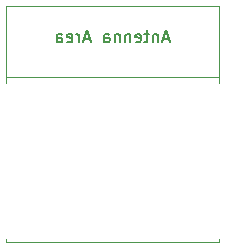
<source format=gbr>
%TF.GenerationSoftware,KiCad,Pcbnew,(6.0.7-1)-1*%
%TF.CreationDate,2022-12-10T20:08:07+13:00*%
%TF.ProjectId,bauble_pcb,62617562-6c65-45f7-9063-622e6b696361,rev?*%
%TF.SameCoordinates,Original*%
%TF.FileFunction,Legend,Bot*%
%TF.FilePolarity,Positive*%
%FSLAX46Y46*%
G04 Gerber Fmt 4.6, Leading zero omitted, Abs format (unit mm)*
G04 Created by KiCad (PCBNEW (6.0.7-1)-1) date 2022-12-10 20:08:07*
%MOMM*%
%LPD*%
G01*
G04 APERTURE LIST*
%ADD10C,0.150000*%
%ADD11C,0.120000*%
G04 APERTURE END LIST*
D10*
%TO.C,U3*%
X151361904Y-87566666D02*
X150885714Y-87566666D01*
X151457142Y-87852380D02*
X151123809Y-86852380D01*
X150790476Y-87852380D01*
X150457142Y-87185714D02*
X150457142Y-87852380D01*
X150457142Y-87280952D02*
X150409523Y-87233333D01*
X150314285Y-87185714D01*
X150171428Y-87185714D01*
X150076190Y-87233333D01*
X150028571Y-87328571D01*
X150028571Y-87852380D01*
X149695238Y-87185714D02*
X149314285Y-87185714D01*
X149552380Y-86852380D02*
X149552380Y-87709523D01*
X149504761Y-87804761D01*
X149409523Y-87852380D01*
X149314285Y-87852380D01*
X148600000Y-87804761D02*
X148695238Y-87852380D01*
X148885714Y-87852380D01*
X148980952Y-87804761D01*
X149028571Y-87709523D01*
X149028571Y-87328571D01*
X148980952Y-87233333D01*
X148885714Y-87185714D01*
X148695238Y-87185714D01*
X148600000Y-87233333D01*
X148552380Y-87328571D01*
X148552380Y-87423809D01*
X149028571Y-87519047D01*
X148123809Y-87185714D02*
X148123809Y-87852380D01*
X148123809Y-87280952D02*
X148076190Y-87233333D01*
X147980952Y-87185714D01*
X147838095Y-87185714D01*
X147742857Y-87233333D01*
X147695238Y-87328571D01*
X147695238Y-87852380D01*
X147219047Y-87185714D02*
X147219047Y-87852380D01*
X147219047Y-87280952D02*
X147171428Y-87233333D01*
X147076190Y-87185714D01*
X146933333Y-87185714D01*
X146838095Y-87233333D01*
X146790476Y-87328571D01*
X146790476Y-87852380D01*
X145885714Y-87852380D02*
X145885714Y-87328571D01*
X145933333Y-87233333D01*
X146028571Y-87185714D01*
X146219047Y-87185714D01*
X146314285Y-87233333D01*
X145885714Y-87804761D02*
X145980952Y-87852380D01*
X146219047Y-87852380D01*
X146314285Y-87804761D01*
X146361904Y-87709523D01*
X146361904Y-87614285D01*
X146314285Y-87519047D01*
X146219047Y-87471428D01*
X145980952Y-87471428D01*
X145885714Y-87423809D01*
X144695238Y-87566666D02*
X144219047Y-87566666D01*
X144790476Y-87852380D02*
X144457142Y-86852380D01*
X144123809Y-87852380D01*
X143790476Y-87852380D02*
X143790476Y-87185714D01*
X143790476Y-87376190D02*
X143742857Y-87280952D01*
X143695238Y-87233333D01*
X143600000Y-87185714D01*
X143504761Y-87185714D01*
X142790476Y-87804761D02*
X142885714Y-87852380D01*
X143076190Y-87852380D01*
X143171428Y-87804761D01*
X143219047Y-87709523D01*
X143219047Y-87328571D01*
X143171428Y-87233333D01*
X143076190Y-87185714D01*
X142885714Y-87185714D01*
X142790476Y-87233333D01*
X142742857Y-87328571D01*
X142742857Y-87423809D01*
X143219047Y-87519047D01*
X141885714Y-87852380D02*
X141885714Y-87328571D01*
X141933333Y-87233333D01*
X142028571Y-87185714D01*
X142219047Y-87185714D01*
X142314285Y-87233333D01*
X141885714Y-87804761D02*
X141980952Y-87852380D01*
X142219047Y-87852380D01*
X142314285Y-87804761D01*
X142361904Y-87709523D01*
X142361904Y-87614285D01*
X142314285Y-87519047D01*
X142219047Y-87471428D01*
X141980952Y-87471428D01*
X141885714Y-87423809D01*
D11*
X155600000Y-104800000D02*
X155600000Y-104550000D01*
X137600000Y-104550000D02*
X137600000Y-104800000D01*
X137600000Y-104800000D02*
X155600000Y-104800000D01*
X137600000Y-84800000D02*
X137600000Y-91300000D01*
X155600000Y-84800000D02*
X137600000Y-84800000D01*
X137600000Y-90800000D02*
X155550000Y-90800000D01*
X155600000Y-84800000D02*
X155600000Y-91300000D01*
%TD*%
M02*

</source>
